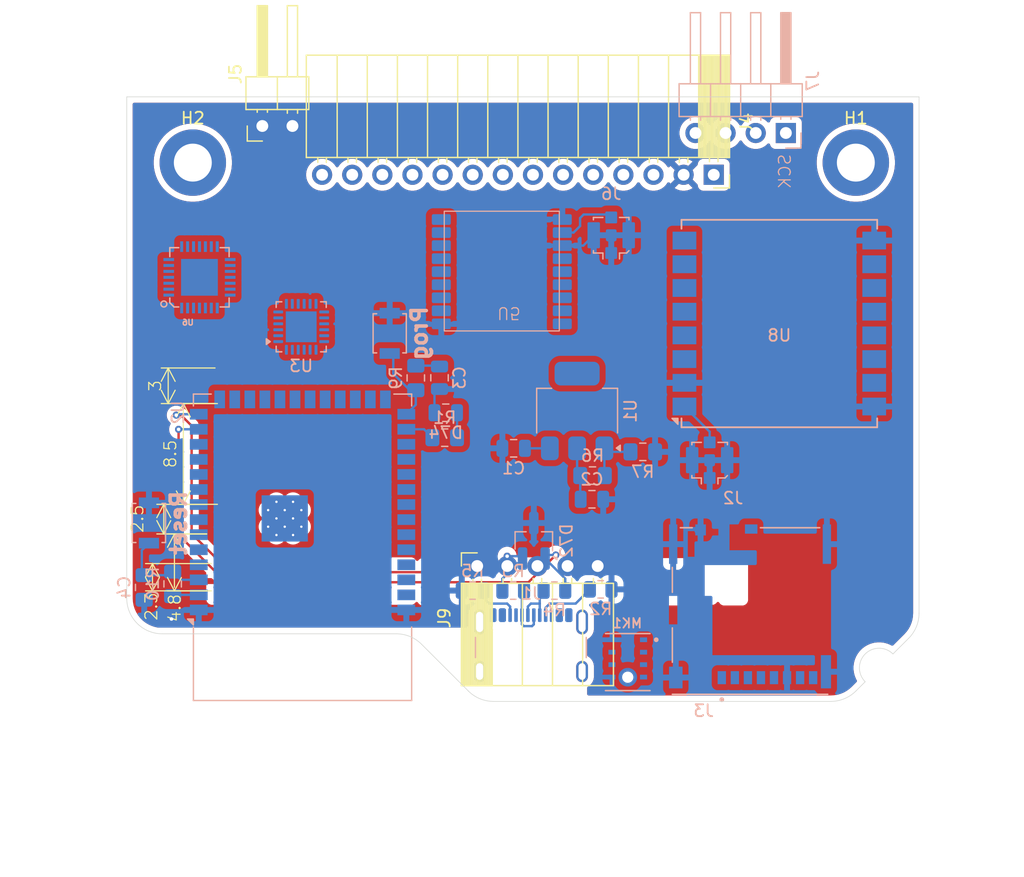
<source format=kicad_pcb>
(kicad_pcb (version 20241229) (generator "pcbnew") (generator_version "9.0")
  (layers (0 "F.Cu" signal) (2 "B.Cu" signal) (13 "F.Paste" user) (15 "B.Paste" user) (5 "F.SilkS" user "F.Silkscreen") (7 "B.SilkS" user "B.Silkscreen") (1 "F.Mask" user) (3 "B.Mask" user) (25 "Edge.Cuts" user))
  (net 0 "")
  (net 1 "5V")
  (net 2 "3.3V")
  (net 3 "EN")
  (net 4 "VDD")
  (net 11 "Net-(J2-In)")
  (net 13 "USB_DN")
  (net 14 "USB_DP")
  (net 15 "Net-(D74-A)")
  (net 16 "Net-(U2-IO35)")
  (net 17 "Net-(J1-CC1)")
  (net 18 "USB_D+")
  (net 19 "USB_D-")
  (net 20 "Net-(J1-CC2)")
  (net 21 "Net-(U1-GND)")
  (net 22 "IO0")
  (net 25 "T_MOSI")
  (net 29 "Display_LED_BacklightEN")
  (net 32 "T_MISO")
  (net 33 "T_IRQ")
  (net 35 "KEEB_SCL")
  (net 39 "KEEP_RST")
  (net 40 "KEEB_D")
  (net 41 "SHARED_CLCK")
  (net 42 "SHARED_MOSI")
  (net 43 "SHARED_MISO")
  (net 46 "LoRa_DIO2")
  (net 47 "LoRa_MOSI")
  (net 48 "LoRa_RST")
  (net 50 "LoRa_DIO1")
  (net 52 "LoRa_MISO")
  (net 53 "LoRa_Select")
  (net 54 "LoRa_SCLK")
  (net 60 "SD_CLK")
  (net 63 "SD_DAT0")
  (net 70 "SPEAKER+")
  (net 71 "SPEAKER-")
  (net 72 "GND")
  (net 73 "Net-(J6-In)")
  (net 90 "Display_DC")
  (net 91 "T_CLK")
  (net 92 "Display_RST")
  (net 93 "Display_SCK")
  (net 94 "Display_MOSI")
  (net 95 "T_CS")
  (net 96 "Display_MISO")
  (net 97 "Display_CS")
  (net 98 "BigSD_MISO")
  (net 99 "BigSD_SCK")
  (net 100 "BigSD_CS")
  (net 101 "BigSD_MOSI")
  (footprint "Connector_PinHeader_2.54mm:PinHeader_1x02_P2.54mm_Horizontal" (layer "F.Cu") (at 138.86 83.11 90)
    (property "Reference" "J5")
    (property "Value" "Conn_01x02_Pin")
  )
  (footprint "Connector_PinSocket_2.54mm:PinSocket_1x05_P2.54mm_Horizontal" (layer "F.Cu") (at 156.975 120.23 90)
    (property "Reference" "J9")
    (property "Value" "Conn_01x05_Socket")
  )
  (footprint "Connector_PinSocket_2.54mm:PinSocket_1x14_P2.54mm_Horizontal" (layer "F.Cu") (at 176.92 87.225 -90)
    (property "Reference" "J4")
    (property "Value" "Conn_01x14_Socket")
  )
  (footprint "MountingHole:MountingHole_3.2mm_M3_DIN965_Pad_TopBottom" (layer "F.Cu") (at 188.9 86.2)
    (property "Reference" "H1")
    (property "Value" "MountingHole_Pad_MP")
  )
  (footprint "MountingHole:MountingHole_3.2mm_M3_DIN965_Pad_TopBottom" (layer "F.Cu") (at 133 86.2)
    (property "Reference" "H2")
    (property "Value" "MountingHole_Pad_MP")
  )
  (footprint "USB4105-GF-A (1):M210Z" (layer "B.Cu") (at 159.45 96.4)
    (property "Reference" "U5")
    (property "Value" "~")
  )
  (footprint "Package_DFN_QFN:QFN-24-1EP_4x4mm_P0.5mm_EP2.6x2.6mm" (layer "B.Cu") (at 142.1375 100.05)
    (property "Reference" "U3")
    (property "Value" "MAX98357AETE_T")
  )
  (footprint "Resistor_SMD:R_0805_2012Metric" (layer "B.Cu") (at 156.5875 122.3 180)
    (property "Reference" "R5")
    (property "Value" "5.1kΩ")
  )
  (footprint "Resistor_SMD:R_0805_2012Metric" (layer "B.Cu") (at 163.4875 122.3)
    (property "Reference" "R4")
    (property "Value" "22Ω")
  )
  (footprint "Capacitor_SMD:C_0805_2012Metric" (layer "B.Cu") (at 160.050001 110.3)
    (property "Reference" "C1")
    (property "Value" "10uF")
  )
  (footprint "Package_TO_SOT_SMD:SOT-223-3_TabPin2" (layer "B.Cu") (at 165.400002 107.15 90)
    (property "Reference" "U1")
    (property "Value" "AMS1117-3.3")
  )
  (footprint "Capacitor_SMD:C_0805_2012Metric" (layer "B.Cu") (at 153.8 104.349999 90)
    (property "Reference" "C3")
    (property "Value" "1uF")
  )
  (footprint "RF_Module:Ai-Thinker-Ra-01-LoRa" (layer "B.Cu") (at 182.45 99.775)
    (property "Reference" "U8")
    (property "Value" "RA-01H")
  )
  (footprint "Capacitor_SMD:C_0805_2012Metric_Pad1.18x1.45mm_HandSolder" (layer "B.Cu") (at 151.8 104.3625 -90)
    (property "Reference" "R9")
    (property "Value" "10kΩ")
  )
  (footprint "RF_Module:ESP32-S3-WROOM-1" (layer "B.Cu") (at 142.25 118.675)
    (property "Reference" "U2")
    (property "Value" "ESP32-S3-WROOM-1-N8")
  )
  (footprint "Capacitor_SMD:C_0805_2012Metric" (layer "B.Cu") (at 166.650001 114.6 180)
    (property "Reference" "C2")
    (property "Value" "22uF")
  )
  (footprint "Capacitor_SMD:C_0805_2012Metric" (layer "B.Cu") (at 154.324999 107.3)
    (property "Reference" "D74")
    (property "Value" "LED")
  )
  (footprint "USB4105-GF-A (1):QFN28G_0.5-5X5MM" (layer "B.Cu") (at 133.56 95.875)
    (property "Reference" "U6")
    (property "Value" "INTERFACE-CP2102-GMR_QFN28_")
    (property "VALUE" "CP2102-GMR-QFN28" (hide yes))
  )
  (footprint "Connector_PinHeader_2.54mm:PinHeader_1x04_P2.54mm_Horizontal" (layer "B.Cu") (at 183 83.7 90)
    (property "Reference" "J7")
    (property "Value" "Conn_01x04_Pin")
  )
  (footprint "Capacitor_SMD:C_0805_2012Metric_Pad1.18x1.45mm_HandSolder" (layer "B.Cu") (at 131.3 121.7375 -90)
    (property "Reference" "R10")
    (property "Value" "10kΩ")
  )
  (footprint "Capacitor_SMD:C_0805_2012Metric_Pad1.18x1.45mm_HandSolder" (layer "B.Cu") (at 166.700002 112.6 180)
    (property "Reference" "R6")
    (property "Value" "500Ω")
  )
  (footprint "Package_TO_SOT_SMD:SOT-23_Handsoldering" (layer "B.Cu") (at 161.75 118.1 90)
    (property "Reference" "D72")
    (property "Value" "ESDA5V3L")
  )
  (footprint "USB4105-GF-A (1):SW_SPST_B3U-1000P_MovedText" (layer "B.Cu") (at 129.3 116.599999 90)
    (property "Reference" "SW2")
    (property "Value" "Reset")
  )
  (footprint "Resistor_SMD:R_0805_2012Metric" (layer "B.Cu") (at 160.0125 122.3 180)
    (property "Reference" "R3")
    (property "Value" "22Ω")
  )
  (footprint "Connector_USB:USB_C_Receptacle_GCT_USB4105-xx-A_16P_TopMnt_Horizontal" (layer "B.Cu") (at 161.5 128.055 180)
    (property "Reference" "J1")
    (property "Value" "USB4105-GF-A")
  )
  (footprint "Connector_Coaxial:U.FL_Molex_MCRF_73412-0110_Vertical" (layer "B.Cu") (at 168.275 92.325)
    (property "Reference" "J6")
    (property "Value" "Conn_Coaxial")
  )
  (footprint "Capacitor_SMD:C_0805_2012Metric_Pad1.18x1.45mm_HandSolder" (layer "B.Cu") (at 128.9 122.0375 -90)
    (property "Reference" "C4")
    (property "Value" "1uF")
  )
  (footprint "USB4105-GF-A (1):SW_SPST_B3U-1000P_MovedText" (layer "B.Cu") (at 149.6 100.599999 90)
    (property "Reference" "SW1")
    (property "Value" "Prog")
  )
  (footprint "USB4105-GF-A (1):MIC_INMP441" (layer "B.Cu") (at 169.67 128.320001 180)
    (property "Reference" "MK1")
    (property "Value" "INMP441")
  )
  (footprint "USB4105-GF-A (1):MOLEX_503398-1892" (layer "B.Cu") (at 179.98 124.025)
    (property "Reference" "J3")
    (property "Value" "503398-1892")
  )
  (footprint "Capacitor_SMD:C_0805_2012Metric_Pad1.18x1.45mm_HandSolder" (layer "B.Cu") (at 170.937502 110.6)
    (property "Reference" "R7")
    (property "Value" "806Ω")
  )
  (footprint "Resistor_SMD:R_0805_2012Metric" (layer "B.Cu") (at 167.3875 122.2)
    (property "Reference" "R2")
    (property "Value" "5.1kΩ")
  )
  (footprint "Capacitor_SMD:C_0805_2012Metric_Pad1.18x1.45mm_HandSolder" (layer "B.Cu") (at 154.2375 109.4 180)
    (property "Reference" "R1")
    (property "Value" "1000")
  )
  (footprint "Connector_Coaxial:U.FL_Molex_MCRF_73412-0110_Vertical" (layer "B.Cu") (at 176.575 111.3)
    (property "Reference" "J2")
    (property "Value" "Conn_Coaxial")
  )
  (gr_arc (start 130.43 125.95) (mid 128.30868 125.07132) (end 127.43 122.95) (stroke (width 0.05)) (layer "Edge.Cuts"))
  (gr_line (start 158.348 131.65) (end 186.787359 131.65) (stroke (width 0.05)) (layer "Edge.Cuts"))
  (gr_line (start 189.689062 129.990938) (end 188.9087 130.7713) (stroke (width 0.05)) (layer "Edge.Cuts"))
  (gr_arc (start 188.9087 130.7713) (mid 187.935409 131.421639) (end 186.787359 131.65) (stroke (width 0.05)) (layer "Edge.Cuts"))
  (gr_line (start 194.23 80.65) (end 127.43 80.65) (stroke (width 0.05)) (layer "Edge.Cuts"))
  (gr_arc (start 189.689062 129.990938) (mid 189.68906 127.65) (end 192.029938 127.650062) (stroke (width 0.05)) (layer "Edge.Cuts"))
  (gr_line (start 152.292229 126.83682) (end 156.236804 130.781395) (stroke (width 0.05)) (layer "Edge.Cuts"))
  (gr_line (start 127.43 122.95) (end 127.43 80.65) (stroke (width 0.05)) (layer "Edge.Cuts"))
  (gr_line (start 130.43 125.95) (end 150.1627 125.95) (stroke (width 0.05)) (layer "Edge.Cuts"))
  (gr_arc (start 158.348 131.65) (mid 157.2 131.421639) (end 156.236804 130.781395) (stroke (width 0.05)) (layer "Edge.Cuts"))
  (gr_arc (start 194.23 124.2073) (mid 194.001639 125.355409) (end 193.360465 126.319535) (stroke (width 0.05)) (layer "Edge.Cuts"))
  (gr_line (start 192.029938 127.650062) (end 193.360465 126.319535) (stroke (width 0.05)) (layer "Edge.Cuts"))
  (gr_line (start 194.23 80.65) (end 194.23 124.2073) (stroke (width 0.05)) (layer "Edge.Cuts"))
  (gr_arc (start 150.1627 125.95) (mid 151.310819 126.178362) (end 152.292229 126.83682) (stroke (width 0.05)) (layer "Edge.Cuts"))
  (gr_text "SCK" (at 183.5 85.4 90) (layer "B.SilkS") (effects (font (size 1 1) (thickness 0.1)) (justify left bottom mirror)))
  (dimension (type orthogonal) (layer "F.SilkS") (pts (xy 134.65 122.325) (xy 134.65 117.525)) (height -3.2) (orientation 1) (format (prefix "") (suffix "") (units 3) (units_format 0) (precision 4) (suppress_zeroes yes)) (style (thickness 0.1) (arrow_length 1.27) (text_position_mode 2) (arrow_direction outward) (extension_height 0.58642) (extension_offset 0.5) (keep_text_aligned yes)) (gr_text "4.8" (at 131.475 123.775 90) (layer "F.SilkS") (effects (font (size 1 1) (thickness 0.1)))))
  (dimension (type orthogonal) (layer "F.SilkS") (pts (xy 135.375 103.525) (xy 135.375 106.525)) (height -4.45) (orientation 1) (format (prefix "") (suffix "") (units 3) (units_format 0) (precision 4) (suppress_zeroes yes)) (style (thickness 0.1) (arrow_length 1.27) (text_position_mode 0) (arrow_direction outward) (extension_height 0.58642) (extension_offset 0.5) (keep_text_aligned yes)) (gr_text "3" (at 129.825 105.025 90) (layer "F.SilkS") (effects (font (size 1 1) (thickness 0.1)))))
  (dimension (type orthogonal) (layer "F.SilkS") (pts (xy 134.675 117.525) (xy 134.675 115.025)) (height -4.125) (orientation 1) (format (prefix "") (suffix "") (units 3) (units_format 0) (precision 4) (suppress_zeroes yes)) (style (thickness 0.1) (arrow_length 1.27) (text_position_mode 2) (arrow_direction outward) (extension_height 0.58642) (extension_offset 0.5) (keep_text_aligned yes)) (gr_text "2.5" (at 128.325 116.25 90) (layer "F.SilkS") (effects (font (size 1 1) (thickness 0.1)))))
  (dimension (type orthogonal) (layer "F.SilkS") (pts (xy 135.575 106.525) (xy 135.575 115.025)) (height -3.375) (orientation 1) (format (prefix "") (suffix "") (units 3) (units_format 0) (precision 4) (suppress_zeroes yes)) (style (thickness 0.1) (arrow_length 1.27) (text_position_mode 0) (arrow_direction outward) (extension_height 0.58642) (extension_offset 0.5) (keep_text_aligned yes)) (gr_text "8.5" (at 131.1 110.775 90) (layer "F.SilkS") (effects (font (size 1 1) (thickness 0.1)))))
  (dimension (type orthogonal) (layer "F.SilkS") (pts (xy 135.05 122.325) (xy 135.05 120.025)) (height -5.45) (orientation 1) (format (prefix "") (suffix "") (units 3) (units_format 0) (precision 4) (suppress_zeroes yes)) (style (thickness 0.1) (arrow_length 1.27) (text_position_mode 2) (arrow_direction outward) (extension_height 0.58642) (extension_offset 0.5) (keep_text_aligned yes)) (gr_text "2.3" (at 129.5 123.65 90) (layer "F.SilkS") (effects (font (size 1 1) (thickness 0.1)))))
  (segment (start 161 110.3) (end 163.100002 110.3) (width 0.2) (layer "B.Cu") (net 1))
  (segment (start 165.662502 112.6) (end 165.662502 114.5625) (width 0.2) (layer "B.Cu") (net 2))
  (segment (start 151.8 103.325) (end 153.725 103.325) (width 0.2) (layer "B.Cu") (net 2))
  (segment (start 165.400002 112.3375) (end 165.662502 112.6) (width 0.2) (layer "B.Cu") (net 2))
  (segment (start 131.41 122.665) (end 131.3 122.775) (width 0.2) (layer "B.Cu") (net 2))
  (segment (start 133.5 122.665) (end 131.41 122.665) (width 0.2) (layer "B.Cu") (net 2))
  (segment (start 165.400002 110.299999) (end 165.400002 112.3375) (width 0.2) (layer "B.Cu") (net 2))
  (segment (start 153.725 103.325) (end 153.8 103.4) (width 0.2) (layer "B.Cu") (net 2))
  (segment (start 128.7 120.8) (end 128.9 121) (width 0.2) (layer "B.Cu") (net 3))
  (segment (start 128.7 118.9) (end 128.7 120.8) (width 0.2) (layer "B.Cu") (net 3))
  (segment (start 131 121) (end 131.3 120.7) (width 0.2) (layer "B.Cu") (net 3))
  (segment (start 133.5 121.395) (end 131.995 121.395) (width 0.2) (layer "B.Cu") (net 3))
  (segment (start 129.3 118.3) (end 128.7 118.9) (width 0.2) (layer "B.Cu") (net 3))
  (segment (start 128.9 121) (end 131 121) (width 0.2) (layer "B.Cu") (net 3))
  (segment (start 131.995 121.395) (end 131.3 120.7) (width 0.2) (layer "B.Cu") (net 3))
  (segment (start 174.45 106.775) (end 176.575 108.9) (width 0.2) (layer "B.Cu") (net 11))
  (segment (start 176.575 108.9) (end 176.575 109.8) (width 0.2) (layer "B.Cu") (net 11))
  (segment (start 131.8 117.6) (end 135.8 121.6) (width 0.2) (layer "F.Cu") (net 13))
  (segment (start 161.3 121.6) (end 163.6 119.3) (width 0.2) (layer "F.Cu") (net 13))
  (segment (start 135.8 121.6) (end 161.3 121.6) (width 0.2) (layer "F.Cu") (net 13))
  (segment (start 131.8 108.7) (end 131.8 117.6) (width 0.2) (layer "F.Cu") (net 13))
  (via (at 131.8 108.7) (size 0.6) (drill 0.3) (layers "F.Cu" "B.Cu") (net 13))
  (via (at 163.6 119.3) (size 0.6) (drill 0.3) (layers "F.Cu" "B.Cu") (net 13))
  (segment (start 163.6 119.3) (end 163 119.3) (width 0.2) (layer "B.Cu") (net 13))
  (segment (start 164.4 121.3) (end 164.4 122.3) (width 0.2) (layer "B.Cu") (net 13))
  (segment (start 133.5 108.695) (end 131.805 108.695) (width 0.2) (layer "B.Cu") (net 13))
  (segment (start 131.805 108.695) (end 131.8 108.7) (width 0.2) (layer "B.Cu") (net 13))
  (segment (start 162.7 119.6) (end 164.4 121.3) (width 0.2) (layer "B.Cu") (net 13))
  (segment (start 163 119.3) (end 162.7 119.6) (width 0.2) (layer "B.Cu") (net 13))
  (segment (start 132.9 117.5) (end 132.9 108.4) (width 0.2) (layer "F.Cu") (net 14))
  (segment (start 132 107.5) (end 131.6 107.5) (width 0.2) (layer "F.Cu") (net 14))
  (segment (start 158.15 120.75) (end 136.15 120.75) (width 0.2) (layer "F.Cu") (net 14))
  (segment (start 132.9 108.4) (end 132 107.5) (width 0.2) (layer "F.Cu") (net 14))
  (segment (start 159.5 119.4) (end 158.15 120.75) (width 0.2) (layer "F.Cu") (net 14))
  (segment (start 136.15 120.75) (end 132.9 117.5) (width 0.2) (layer "F.Cu") (net 14))
  (via (at 159.5 119.4) (size 0.6) (drill 0.3) (layers "F.Cu" "B.Cu") (net 14))
  (via (at 131.6 107.5) (size 0.6) (drill 0.3) (layers "F.Cu" "B.Cu") (net 14))
  (segment (start 160.6 119.4) (end 159.5 119.4) (width 0.2) (layer "B.Cu") (net 14))
  (segment (start 160.8 119.6) (end 159.1 121.3) (width 0.2) (layer "B.Cu") (net 14))
  (segment (start 131.675 107.425) (end 131.6 107.5) (width 0.2) (layer "B.Cu") (net 14))
  (segment (start 160.8 119.6) (end 160.6 119.4) (width 0.2) (layer "B.Cu") (net 14))
  (segment (start 159.1 121.3) (end 159.1 122.3) (width 0.2) (layer "B.Cu") (net 14))
  (segment (start 133.5 107.425) (end 131.675 107.425) (width 0.2) (layer "B.Cu") (net 14))
  (segment (start 155.275 109.4) (end 155.275 107.300002) (width 0.2) (layer "B.Cu") (net 15))
  (segment (start 155.275 107.300002) (end 155.274998 107.3) (width 0.2) (layer "B.Cu") (net 15))
  (segment (start 152.495 108.695) (end 153.2 109.4) (width 0.2) (layer "B.Cu") (net 16))
  (segment (start 151 108.695) (end 152.495 108.695) (width 0.2) (layer "B.Cu") (net 16))
  (segment (start 162.75 123.75) (end 163.1 123.4) (width 0.2) (layer "B.Cu") (net 17))
  (segment (start 162.75 124.375001) (end 162.75 123.75) (width 0.2) (layer "B.Cu") (net 17))
  (segment (start 163.1 123.4) (end 165.275 123.4) (width 0.2) (layer "B.Cu") (net 17))
  (segment (start 165.275 123.4) (end 166.475 122.2) (width 0.2) (layer "B.Cu") (net 17))
  (segment (start 160.75 122.475) (end 160.925 122.3) (width 0.2) (layer "B.Cu") (net 18))
  (segment (start 161.75 125.15) (end 161.75 124.375) (width 0.2) (layer "B.Cu") (net 18))
  (segment (start 160.9 125.3) (end 161.6 125.3) (width 0.2) (layer "B.Cu") (net 18))
  (segment (start 160.75 124.375) (end 160.75 125.15) (width 0.2) (layer "B.Cu") (net 18))
  (segment (start 160.75 125.15) (end 160.9 125.3) (width 0.2) (layer "B.Cu") (net 18))
  (segment (start 161.6 125.3) (end 161.75 125.15) (width 0.2) (layer "B.Cu") (net 18))
  (segment (start 160.75 124.375) (end 160.75 122.475) (width 0.2) (layer "B.Cu") (net 18))
  (segment (start 161.25 124.375) (end 161.25 123.65) (width 0.2) (layer "B.Cu") (net 19))
  (segment (start 162.25 124.375) (end 162.25 123.4) (width 0.2) (layer "B.Cu") (net 19))
  (segment (start 162.25 122.625) (end 162.575 122.3) (width 0.2) (layer "B.Cu") (net 19))
  (segment (start 161.25 123.65) (end 161.5 123.4) (width 0.2) (layer "B.Cu") (net 19))
  (segment (start 162.25 123.4) (end 162.25 122.625) (width 0.2) (layer "B.Cu") (net 19))
  (segment (start 161.5 123.4) (end 162.25 123.4) (width 0.2) (layer "B.Cu") (net 19))
  (segment (start 157.5 122.9) (end 158 123.4) (width 0.2) (layer "B.Cu") (net 20))
  (segment (start 158 123.4) (end 159.5 123.4) (width 0.2) (layer "B.Cu") (net 20))
  (segment (start 159.5 123.4) (end 159.75 123.65) (width 0.2) (layer "B.Cu") (net 20))
  (segment (start 159.75 123.65) (end 159.75 124.375) (width 0.2) (layer "B.Cu") (net 20))
  (segment (start 157.5 122.3) (end 157.5 122.9) (width 0.2) (layer "B.Cu") (net 20))
  (segment (start 169.900002 110.6) (end 168.000002 110.6) (width 0.2) (layer "B.Cu") (net 21))
  (segment (start 167.700002 112.5625) (end 167.737502 112.6) (width 0.2) (layer "B.Cu") (net 21))
  (segment (start 167.700002 110.3) (end 167.700002 112.5625) (width 0.2) (layer "B.Cu") (net 21))
  (segment (start 168.000002 110.6) (end 167.700002 110.3) (width 0.2) (layer "B.Cu") (net 21))
  (segment (start 149.9 102.6) (end 149.9 104) (width 0.2) (layer "B.Cu") (net 22))
  (segment (start 151.3 105.4) (end 151.8 105.4) (width 0.2) (layer "B.Cu") (net 22))
  (segment (start 149.9 104) (end 151.3 105.4) (width 0.2) (layer "B.Cu") (net 22))
  (segment (start 149.6 102.3) (end 149.9 102.6) (width 0.2) (layer "B.Cu") (net 22))
  (segment (start 151.8 105.4) (end 151.8 106.625) (width 0.2) (layer "B.Cu") (net 22))
  (segment (start 151.8 106.625) (end 151 107.425) (width 0.2) (layer "B.Cu") (net 22))
  (via (at 131.2 124.7) (size 0.6) (drill 0.3) (layers "F.Cu" "B.Cu") (net 72))
  (segment (start 165.925 93.2) (end 166.8 92.325) (width 0.2) (layer "B.Cu") (net 72))
  (segment (start 132.365 123.935) (end 132.2 124.1) (width 0.2) (layer "B.Cu") (net 72))
  (segment (start 153.375 107.3) (end 153.375 105.724998) (width 0.2) (layer "B.Cu") (net 72))
  (segment (start 153.375 105.724998) (end 153.8 105.299998) (width 0.2) (layer "B.Cu") (net 72))
  (segment (start 131.8 124.1) (end 131.2 124.7) (width 0.2) (layer "B.Cu") (net 72))
  (segment (start 164.15 93.2) (end 165.925 93.2) (width 0.2) (layer "B.Cu") (net 72))
  (segment (start 133.5 123.935) (end 132.365 123.935) (width 0.2) (layer "B.Cu") (net 72))
  (segment (start 132.2 124.1) (end 131.8 124.1) (width 0.2) (layer "B.Cu") (net 72))
  (segment (start 165.65 90.875) (end 165.95 90.575) (width 0.2) (layer "B.Cu") (net 73))
  (segment (start 165.65 91.55) (end 165.65 90.875) (width 0.2) (layer "B.Cu") (net 73))
  (segment (start 165.95 90.575) (end 168.025 90.575) (width 0.2) (layer "B.Cu") (net 73))
  (segment (start 168.025 90.575) (end 168.275 90.825) (width 0.2) (layer "B.Cu") (net 73))
  (segment (start 165.1 92.1) (end 165.65 91.55) (width 0.2) (layer "B.Cu") (net 73))
  (segment (start 164.15 92.1) (end 165.1 92.1) (width 0.2) (layer "B.Cu") (net 73))
  (zone (net 72) (net_name "GND") (layer "F.Cu") (connect_pads (clearance 0.5)) (min_thickness 0.25) (fill yes (thermal_gap 0.5) (thermal_bridge_width 0.5))
    (polygon (pts (xy 203.082904 80.675) (xy 203.082904 142.275) (xy 118.082904 142.275) (xy 118.082904 80.675)))
  )
  (zone (net 72) (net_name "GND") (layer "B.Cu") (connect_pads (clearance 0.5)) (min_thickness 0.25) (fill yes (thermal_gap 0.5) (thermal_bridge_width 0.5))
    (polygon (pts (xy 201.743162 78.808165) (xy 201.743162 141.108165) (xy 116.743162 141.108165) (xy 116.743162 78.808165)))
  )
)
</source>
